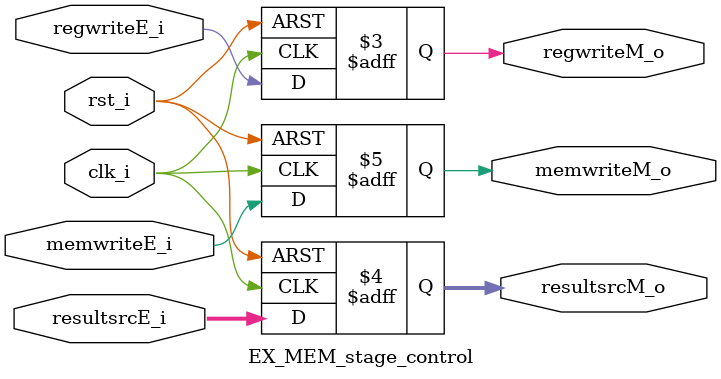
<source format=sv>
`timescale 1ns / 1ps


module EX_MEM_stage_control(
    input  logic       clk_i,
    input  logic       rst_i,
    
    input  logic       regwriteE_i,
    input  logic [1:0] resultsrcE_i,
    input  logic       memwriteE_i,
    
    output logic       regwriteM_o,
    output logic [1:0] resultsrcM_o,
    output logic       memwriteM_o
    );
    
    always_ff @(posedge clk_i, negedge rst_i) begin
        if (!rst_i)begin
            regwriteM_o     <= '0;
            resultsrcM_o    <= '0;
            memwriteM_o     <= '0;
            end
            
        else begin
            regwriteM_o     <=  regwriteE_i;
            resultsrcM_o    <=  resultsrcE_i;
            memwriteM_o     <=  memwriteE_i; 
            end
        
    end
    
    
    
endmodule
</source>
